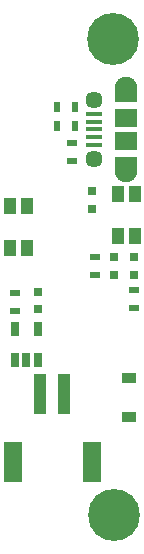
<source format=gts>
G04 #@! TF.FileFunction,Soldermask,Top*
%FSLAX46Y46*%
G04 Gerber Fmt 4.6, Leading zero omitted, Abs format (unit mm)*
G04 Created by KiCad (PCBNEW 4.0.7) date Wednesday, October 18, 2017 'PMt' 08:17:54 PM*
%MOMM*%
%LPD*%
G01*
G04 APERTURE LIST*
%ADD10C,0.150000*%
%ADD11C,4.400000*%
%ADD12R,0.750000X0.800000*%
%ADD13R,0.797560X0.797560*%
%ADD14R,1.200000X0.900000*%
%ADD15R,1.900000X1.500000*%
%ADD16C,1.450000*%
%ADD17R,1.350000X0.400000*%
%ADD18C,1.899920*%
%ADD19R,1.900000X1.200000*%
%ADD20R,0.995680X3.497580*%
%ADD21R,0.998220X3.497580*%
%ADD22R,1.498600X3.398520*%
%ADD23R,1.498600X3.395980*%
%ADD24R,0.900000X0.500000*%
%ADD25R,0.500000X0.900000*%
%ADD26R,0.650000X1.220000*%
%ADD27R,1.050000X1.400000*%
G04 APERTURE END LIST*
D10*
D11*
X133350000Y-116586000D03*
D12*
X126873000Y-99187000D03*
X126873000Y-97687000D03*
D13*
X135001000Y-96253300D03*
X135001000Y-94754700D03*
D14*
X134620000Y-108330000D03*
X134620000Y-105030000D03*
D13*
X133350000Y-96253300D03*
X133350000Y-94754700D03*
D15*
X134355663Y-82951407D03*
D16*
X131655663Y-86451407D03*
D17*
X131655663Y-84601407D03*
X131655663Y-85251407D03*
X131655663Y-82651407D03*
X131655663Y-83301407D03*
X131655663Y-83951407D03*
D16*
X131655663Y-81451407D03*
D15*
X134355663Y-84951407D03*
D18*
X134355663Y-87451407D03*
X134355663Y-80451407D03*
D19*
X134355663Y-81051407D03*
X134355663Y-86851407D03*
D20*
X127096520Y-106392980D03*
D21*
X129098040Y-106392980D03*
D22*
X124752100Y-112141000D03*
D23*
X131445000Y-112141000D03*
D24*
X124968000Y-99302000D03*
X124968000Y-97802000D03*
D25*
X128536000Y-83693000D03*
X130036000Y-83693000D03*
X128536000Y-82042000D03*
X130036000Y-82042000D03*
D24*
X129794000Y-86602000D03*
X129794000Y-85102000D03*
X135001000Y-99060000D03*
X135001000Y-97560000D03*
X131699000Y-96266000D03*
X131699000Y-94766000D03*
D26*
X124958953Y-103447831D03*
X125908953Y-103447831D03*
X126858953Y-103447831D03*
X126858953Y-100827831D03*
X124958953Y-100827831D03*
D12*
X131445000Y-90666000D03*
X131445000Y-89166000D03*
D27*
X125947000Y-94002000D03*
X125947000Y-90402000D03*
X124497000Y-94002000D03*
X124497000Y-90402000D03*
X133641000Y-89386000D03*
X133641000Y-92986000D03*
X135091000Y-89386000D03*
X135091000Y-92986000D03*
D11*
X133223000Y-76327000D03*
M02*

</source>
